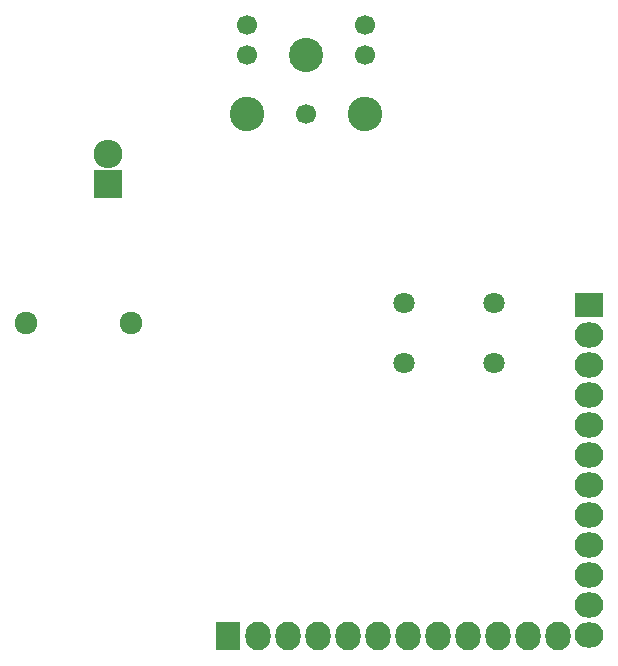
<source format=gbr>
G04 #@! TF.FileFunction,Soldermask,Bot*
%FSLAX46Y46*%
G04 Gerber Fmt 4.6, Leading zero omitted, Abs format (unit mm)*
G04 Created by KiCad (PCBNEW 4.0.2-stable) date 27/05/2016 15:33:53*
%MOMM*%
G01*
G04 APERTURE LIST*
%ADD10C,0.100000*%
%ADD11C,1.924000*%
%ADD12R,2.432000X2.432000*%
%ADD13O,2.432000X2.432000*%
%ADD14C,1.797000*%
%ADD15R,2.432000X2.127200*%
%ADD16O,2.432000X2.127200*%
%ADD17R,2.127200X2.432000*%
%ADD18O,2.127200X2.432000*%
%ADD19C,2.900000*%
%ADD20C,2.924000*%
%ADD21C,1.700000*%
G04 APERTURE END LIST*
D10*
D11*
X148894800Y-75412600D03*
X157784800Y-75412600D03*
D12*
X155829000Y-63677800D03*
D13*
X155829000Y-61137800D03*
D14*
X188493400Y-73710800D03*
X188493400Y-78790800D03*
X180873400Y-73710800D03*
X180873400Y-78790800D03*
D15*
X196532500Y-73901300D03*
D16*
X196532500Y-76441300D03*
X196532500Y-78981300D03*
X196532500Y-81521300D03*
X196532500Y-84061300D03*
X196532500Y-86601300D03*
X196532500Y-89141300D03*
X196532500Y-91681300D03*
X196532500Y-94221300D03*
X196532500Y-96761300D03*
X196532500Y-99301300D03*
X196532500Y-101841300D03*
D17*
X165976300Y-101917500D03*
D18*
X168516300Y-101917500D03*
X171056300Y-101917500D03*
X173596300Y-101917500D03*
X176136300Y-101917500D03*
X178676300Y-101917500D03*
X181216300Y-101917500D03*
X183756300Y-101917500D03*
X186296300Y-101917500D03*
X188836300Y-101917500D03*
X191376300Y-101917500D03*
X193916300Y-101917500D03*
D19*
X172624000Y-52728000D03*
D20*
X167624000Y-57728000D03*
X177624000Y-57728000D03*
D21*
X167624000Y-50228000D03*
X177624000Y-50228000D03*
X167624000Y-52728000D03*
X177624000Y-52728000D03*
X172624000Y-57728000D03*
M02*

</source>
